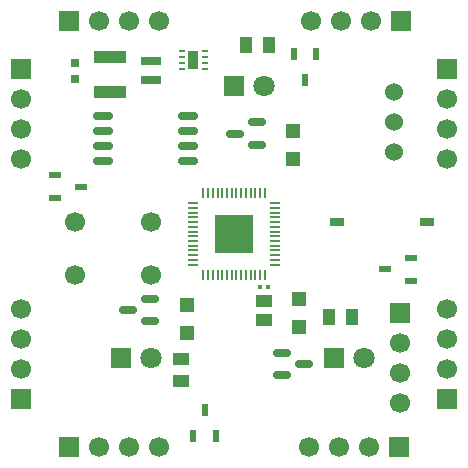
<source format=gbr>
%TF.GenerationSoftware,KiCad,Pcbnew,9.0.6*%
%TF.CreationDate,2025-12-07T19:18:26-08:00*%
%TF.ProjectId,redstone_comparator,72656473-746f-46e6-955f-636f6d706172,rev?*%
%TF.SameCoordinates,Original*%
%TF.FileFunction,Soldermask,Top*%
%TF.FilePolarity,Negative*%
%FSLAX46Y46*%
G04 Gerber Fmt 4.6, Leading zero omitted, Abs format (unit mm)*
G04 Created by KiCad (PCBNEW 9.0.6) date 2025-12-07 19:18:26*
%MOMM*%
%LPD*%
G01*
G04 APERTURE LIST*
G04 Aperture macros list*
%AMRoundRect*
0 Rectangle with rounded corners*
0 $1 Rounding radius*
0 $2 $3 $4 $5 $6 $7 $8 $9 X,Y pos of 4 corners*
0 Add a 4 corners polygon primitive as box body*
4,1,4,$2,$3,$4,$5,$6,$7,$8,$9,$2,$3,0*
0 Add four circle primitives for the rounded corners*
1,1,$1+$1,$2,$3*
1,1,$1+$1,$4,$5*
1,1,$1+$1,$6,$7*
1,1,$1+$1,$8,$9*
0 Add four rect primitives between the rounded corners*
20,1,$1+$1,$2,$3,$4,$5,0*
20,1,$1+$1,$4,$5,$6,$7,0*
20,1,$1+$1,$6,$7,$8,$9,0*
20,1,$1+$1,$8,$9,$2,$3,0*%
G04 Aperture macros list end*
%ADD10C,1.524000*%
%ADD11R,1.800000X1.800000*%
%ADD12C,1.800000*%
%ADD13RoundRect,0.150000X0.587500X0.150000X-0.587500X0.150000X-0.587500X-0.150000X0.587500X-0.150000X0*%
%ADD14C,1.700000*%
%ADD15R,1.000000X1.450000*%
%ADD16RoundRect,0.062500X0.187500X0.062500X-0.187500X0.062500X-0.187500X-0.062500X0.187500X-0.062500X0*%
%ADD17R,0.900000X1.600000*%
%ADD18RoundRect,0.150000X-0.587500X-0.150000X0.587500X-0.150000X0.587500X0.150000X-0.587500X0.150000X0*%
%ADD19R,1.700000X1.700000*%
%ADD20R,0.460000X0.420000*%
%ADD21R,1.800000X0.800000*%
%ADD22R,1.100000X0.600000*%
%ADD23R,0.700000X0.650000*%
%ADD24R,2.700000X1.100000*%
%ADD25R,1.250000X1.150000*%
%ADD26RoundRect,0.162500X-0.650000X-0.162500X0.650000X-0.162500X0.650000X0.162500X-0.650000X0.162500X0*%
%ADD27RoundRect,0.050000X-0.387500X-0.050000X0.387500X-0.050000X0.387500X0.050000X-0.387500X0.050000X0*%
%ADD28RoundRect,0.050000X-0.050000X-0.387500X0.050000X-0.387500X0.050000X0.387500X-0.050000X0.387500X0*%
%ADD29R,3.200000X3.200000*%
%ADD30R,1.470000X1.020000*%
%ADD31R,0.600000X1.100000*%
%ADD32R,1.270000X0.760000*%
%ADD33R,1.450000X1.000000*%
G04 APERTURE END LIST*
D10*
%TO.C,U2*%
X148500000Y-43000000D03*
X148500000Y-45540000D03*
X148500000Y-48080000D03*
%TD*%
D11*
%TO.C,D2*%
X143460000Y-65500000D03*
D12*
X146000000Y-65500000D03*
%TD*%
D11*
%TO.C,D3*%
X125460000Y-65500000D03*
D12*
X128000000Y-65500000D03*
%TD*%
D13*
%TO.C,Q3*%
X127875000Y-62400000D03*
X127875000Y-60500000D03*
X126000000Y-61450000D03*
%TD*%
D14*
%TO.C,SW1*%
X121500000Y-54000000D03*
X128000000Y-54000000D03*
X121500000Y-58500000D03*
X128000000Y-58500000D03*
%TD*%
D15*
%TO.C,R1*%
X136050000Y-39000000D03*
X137950000Y-39000000D03*
%TD*%
D16*
%TO.C,U3*%
X132500000Y-41000000D03*
X132500000Y-40500000D03*
X132500000Y-40000000D03*
X132500000Y-39500000D03*
X130600000Y-39500000D03*
X130600000Y-40000000D03*
X130600000Y-40500000D03*
X130600000Y-41000000D03*
D17*
X131550000Y-40250000D03*
%TD*%
D18*
%TO.C,Q2*%
X139062500Y-65050000D03*
X139062500Y-66950000D03*
X140937500Y-66000000D03*
%TD*%
D19*
%TO.C,J9*%
X149025000Y-61700000D03*
D14*
X149025000Y-64240000D03*
X149025000Y-66780000D03*
X149025000Y-69320000D03*
%TD*%
D20*
%TO.C,C7*%
X137170000Y-59500000D03*
X137830000Y-59500000D03*
%TD*%
D19*
%TO.C,J8*%
X116975000Y-69000000D03*
D14*
X116975000Y-66460000D03*
X116975000Y-63920000D03*
X116975000Y-61380000D03*
%TD*%
D19*
%TO.C,J4*%
X153000000Y-69000000D03*
D14*
X153000000Y-66460000D03*
X153000000Y-63920000D03*
X153000000Y-61380000D03*
%TD*%
D21*
%TO.C,L1*%
X128000000Y-40400000D03*
X128000000Y-42000000D03*
%TD*%
D22*
%TO.C,D18*%
X150000000Y-58950000D03*
X150000000Y-57050000D03*
X147800000Y-58000000D03*
%TD*%
D11*
%TO.C,D1*%
X135000000Y-42500000D03*
D12*
X137540000Y-42500000D03*
%TD*%
D19*
%TO.C,J1*%
X121000000Y-37000000D03*
D14*
X123540000Y-37000000D03*
X126080000Y-37000000D03*
X128620000Y-37000000D03*
%TD*%
D23*
%TO.C,C5*%
X121500000Y-40500000D03*
X121500000Y-41850000D03*
%TD*%
D24*
%TO.C,R17*%
X124500000Y-40000000D03*
X124500000Y-43000000D03*
%TD*%
D19*
%TO.C,J2*%
X149120000Y-37000000D03*
D14*
X146580000Y-37000000D03*
X144040000Y-37000000D03*
X141500000Y-37000000D03*
%TD*%
D25*
%TO.C,R18*%
X140000000Y-46325000D03*
X140000000Y-48675000D03*
%TD*%
D22*
%TO.C,D21*%
X119800000Y-50050000D03*
X119800000Y-51950000D03*
X122000000Y-51000000D03*
%TD*%
D26*
%TO.C,U5*%
X123912500Y-45000000D03*
X123912500Y-46270000D03*
X123912500Y-47540000D03*
X123912500Y-48810000D03*
X131087500Y-48810000D03*
X131087500Y-47540000D03*
X131087500Y-46270000D03*
X131087500Y-45000000D03*
%TD*%
D19*
%TO.C,J6*%
X149000000Y-73025000D03*
D14*
X146460000Y-73025000D03*
X143920000Y-73025000D03*
X141380000Y-73025000D03*
%TD*%
D27*
%TO.C,U1*%
X131562500Y-52400000D03*
X131562500Y-52800001D03*
X131562500Y-53200000D03*
X131562500Y-53600000D03*
X131562500Y-54000000D03*
X131562500Y-54399999D03*
X131562500Y-54800000D03*
X131562500Y-55200000D03*
X131562500Y-55600001D03*
X131562500Y-56000000D03*
X131562500Y-56400000D03*
X131562500Y-56800000D03*
X131562500Y-57199999D03*
X131562500Y-57600000D03*
D28*
X132400000Y-58437500D03*
X132800001Y-58437500D03*
X133200000Y-58437500D03*
X133600000Y-58437500D03*
X134000000Y-58437500D03*
X134399999Y-58437500D03*
X134800000Y-58437500D03*
X135200000Y-58437500D03*
X135600001Y-58437500D03*
X136000000Y-58437500D03*
X136400000Y-58437500D03*
X136800000Y-58437500D03*
X137199999Y-58437500D03*
X137600000Y-58437500D03*
D27*
X138437500Y-57600000D03*
X138437500Y-57199999D03*
X138437500Y-56800000D03*
X138437500Y-56400000D03*
X138437500Y-56000000D03*
X138437500Y-55600001D03*
X138437500Y-55200000D03*
X138437500Y-54800000D03*
X138437500Y-54399999D03*
X138437500Y-54000000D03*
X138437500Y-53600000D03*
X138437500Y-53200000D03*
X138437500Y-52800001D03*
X138437500Y-52400000D03*
D28*
X137600000Y-51562500D03*
X137199999Y-51562500D03*
X136800000Y-51562500D03*
X136400000Y-51562500D03*
X136000000Y-51562500D03*
X135600001Y-51562500D03*
X135200000Y-51562500D03*
X134800000Y-51562500D03*
X134399999Y-51562500D03*
X134000000Y-51562500D03*
X133600000Y-51562500D03*
X133200000Y-51562500D03*
X132800001Y-51562500D03*
X132400000Y-51562500D03*
D29*
X135000000Y-55000000D03*
%TD*%
D30*
%TO.C,C6*%
X137500000Y-60700000D03*
X137500000Y-62300000D03*
%TD*%
D15*
%TO.C,R2*%
X143050000Y-62000000D03*
X144950000Y-62000000D03*
%TD*%
D25*
%TO.C,R19*%
X140500000Y-62850000D03*
X140500000Y-60500000D03*
%TD*%
D19*
%TO.C,J5*%
X121000000Y-73000000D03*
D14*
X123540000Y-73000000D03*
X126080000Y-73000000D03*
X128620000Y-73000000D03*
%TD*%
D31*
%TO.C,D17*%
X141950000Y-39800000D03*
X140050000Y-39800000D03*
X141000000Y-42000000D03*
%TD*%
D25*
%TO.C,R20*%
X131000000Y-63350000D03*
X131000000Y-61000000D03*
%TD*%
D31*
%TO.C,D20*%
X131550000Y-72100000D03*
X133450000Y-72100000D03*
X132500000Y-69900000D03*
%TD*%
D19*
%TO.C,J7*%
X117000000Y-41000000D03*
D14*
X117000000Y-43540000D03*
X117000000Y-46080000D03*
X117000000Y-48620000D03*
%TD*%
D32*
%TO.C,SW2*%
X143690000Y-54000000D03*
X151310000Y-54000000D03*
%TD*%
D13*
%TO.C,Q1*%
X136937500Y-47450000D03*
X136937500Y-45550000D03*
X135062500Y-46500000D03*
%TD*%
D19*
%TO.C,J3*%
X153025000Y-41000000D03*
D14*
X153025000Y-43540000D03*
X153025000Y-46080000D03*
X153025000Y-48620000D03*
%TD*%
D33*
%TO.C,R3*%
X130500000Y-65550000D03*
X130500000Y-67450000D03*
%TD*%
M02*

</source>
